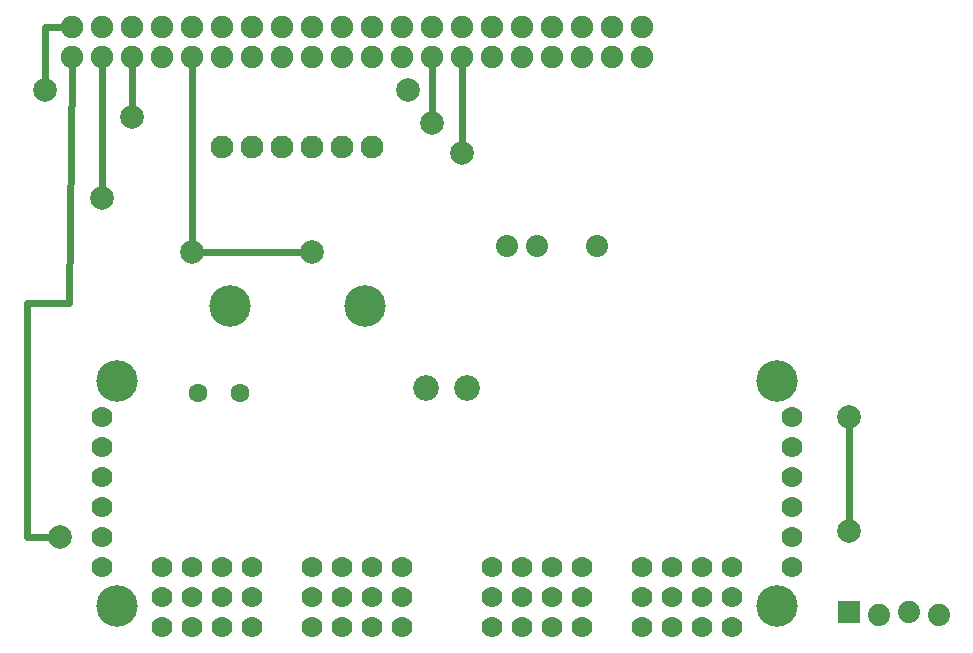
<source format=gtl>
G04 MADE WITH FRITZING*
G04 WWW.FRITZING.ORG*
G04 DOUBLE SIDED*
G04 HOLES PLATED*
G04 CONTOUR ON CENTER OF CONTOUR VECTOR*
%ASAXBY*%
%FSLAX23Y23*%
%MOIN*%
%OFA0B0*%
%SFA1.0B1.0*%
%ADD10C,0.073749*%
%ADD11C,0.078740*%
%ADD12C,0.074000*%
%ADD13C,0.075361*%
%ADD14C,0.063000*%
%ADD15C,0.086000*%
%ADD16C,0.070000*%
%ADD17C,0.138425*%
%ADD18C,0.076000*%
%ADD19C,0.024000*%
%ADD20R,0.001000X0.001000*%
%LNCOPPER1*%
G90*
G70*
G54D10*
X1794Y1426D03*
X1894Y1426D03*
X2094Y1426D03*
G54D11*
X304Y456D03*
X544Y1856D03*
X444Y1586D03*
X744Y1406D03*
X1144Y1406D03*
X254Y1946D03*
X1464Y1946D03*
X1544Y1836D03*
X1644Y1736D03*
G54D12*
X2934Y206D03*
X3034Y196D03*
X3134Y206D03*
X3234Y196D03*
X2934Y206D03*
X3034Y196D03*
X3134Y206D03*
X3234Y196D03*
G54D11*
X2934Y856D03*
X2934Y476D03*
G54D13*
X344Y2056D03*
X444Y2056D03*
X544Y2056D03*
X644Y2056D03*
X744Y2056D03*
X844Y2056D03*
X944Y2056D03*
X1044Y2056D03*
X1144Y2056D03*
X1244Y2056D03*
X1344Y2056D03*
X1444Y2056D03*
X1544Y2056D03*
X1644Y2056D03*
X1744Y2056D03*
X1844Y2056D03*
X1944Y2056D03*
X2044Y2056D03*
X2144Y2056D03*
X2244Y2056D03*
X2244Y2156D03*
X2144Y2156D03*
X2044Y2156D03*
X1944Y2156D03*
X1844Y2156D03*
X1744Y2156D03*
X1644Y2156D03*
X1544Y2156D03*
X1444Y2156D03*
X1344Y2156D03*
X1244Y2156D03*
X1144Y2156D03*
X1044Y2156D03*
X944Y2156D03*
X844Y2156D03*
X744Y2156D03*
X644Y2156D03*
X544Y2156D03*
X444Y2156D03*
X344Y2156D03*
G54D14*
X904Y936D03*
X764Y936D03*
G54D15*
X1524Y951D03*
X1661Y951D03*
G54D16*
X1444Y356D03*
G54D17*
X494Y976D03*
G54D16*
X1444Y256D03*
X1444Y156D03*
X1344Y356D03*
X1344Y256D03*
X1344Y156D03*
X1244Y356D03*
X1244Y256D03*
X1244Y156D03*
X1144Y356D03*
X1144Y256D03*
X1144Y156D03*
X944Y356D03*
X944Y256D03*
X944Y156D03*
X844Y356D03*
X844Y256D03*
X844Y156D03*
X744Y356D03*
X744Y256D03*
X744Y156D03*
X644Y356D03*
X644Y256D03*
X644Y156D03*
X444Y356D03*
X444Y456D03*
X444Y556D03*
G54D17*
X2694Y976D03*
G54D16*
X444Y656D03*
X444Y756D03*
X444Y856D03*
X2744Y356D03*
X2744Y456D03*
X2744Y556D03*
X2744Y656D03*
X2744Y756D03*
X2744Y856D03*
X2544Y356D03*
X2544Y256D03*
X2544Y156D03*
X2444Y356D03*
X2444Y256D03*
X2444Y156D03*
X2344Y356D03*
X2344Y256D03*
X2344Y156D03*
X2244Y356D03*
X2244Y256D03*
X2244Y156D03*
X2044Y356D03*
X2044Y256D03*
X2044Y156D03*
X1944Y356D03*
X1944Y256D03*
X1944Y156D03*
X1844Y356D03*
X1844Y256D03*
X1844Y156D03*
X1744Y356D03*
X1744Y256D03*
X1744Y156D03*
G54D17*
X494Y226D03*
X2694Y226D03*
G54D18*
X844Y1756D03*
X944Y1756D03*
X1044Y1756D03*
X1144Y1756D03*
X1244Y1756D03*
X1344Y1756D03*
G54D17*
X1319Y1226D03*
X869Y1226D03*
G54D19*
X544Y1886D02*
X544Y2024D01*
D02*
X444Y1616D02*
X444Y2024D01*
D02*
X1114Y1406D02*
X775Y1406D01*
D02*
X744Y1436D02*
X744Y2024D01*
D02*
X193Y456D02*
X193Y1235D01*
D02*
X193Y1235D02*
X335Y1235D01*
D02*
X335Y1235D02*
X344Y2024D01*
D02*
X274Y456D02*
X193Y456D01*
D02*
X1644Y1766D02*
X1644Y2024D01*
D02*
X1544Y1866D02*
X1544Y2024D01*
D02*
X253Y2155D02*
X313Y2155D01*
D02*
X254Y1976D02*
X253Y2155D01*
D02*
X2934Y506D02*
X2934Y825D01*
G54D20*
X2898Y243D02*
X2970Y243D01*
X2897Y242D02*
X2970Y242D01*
X2897Y241D02*
X2970Y241D01*
X2897Y240D02*
X2970Y240D01*
X2897Y239D02*
X2970Y239D01*
X2897Y238D02*
X2970Y238D01*
X2897Y237D02*
X2970Y237D01*
X2897Y236D02*
X2970Y236D01*
X2897Y235D02*
X2970Y235D01*
X2897Y234D02*
X2970Y234D01*
X2897Y233D02*
X2970Y233D01*
X2897Y232D02*
X2970Y232D01*
X2897Y231D02*
X2970Y231D01*
X2897Y230D02*
X2970Y230D01*
X2897Y229D02*
X2970Y229D01*
X2897Y228D02*
X2970Y228D01*
X2897Y227D02*
X2970Y227D01*
X2897Y226D02*
X2970Y226D01*
X2897Y225D02*
X2927Y225D01*
X2940Y225D02*
X2970Y225D01*
X2897Y224D02*
X2925Y224D01*
X2943Y224D02*
X2970Y224D01*
X2897Y223D02*
X2923Y223D01*
X2945Y223D02*
X2970Y223D01*
X2897Y222D02*
X2921Y222D01*
X2946Y222D02*
X2970Y222D01*
X2897Y221D02*
X2920Y221D01*
X2947Y221D02*
X2970Y221D01*
X2897Y220D02*
X2919Y220D01*
X2948Y220D02*
X2970Y220D01*
X2897Y219D02*
X2918Y219D01*
X2949Y219D02*
X2970Y219D01*
X2897Y218D02*
X2917Y218D01*
X2950Y218D02*
X2970Y218D01*
X2897Y217D02*
X2916Y217D01*
X2951Y217D02*
X2970Y217D01*
X2897Y216D02*
X2916Y216D01*
X2951Y216D02*
X2970Y216D01*
X2897Y215D02*
X2915Y215D01*
X2952Y215D02*
X2970Y215D01*
X2897Y214D02*
X2915Y214D01*
X2952Y214D02*
X2970Y214D01*
X2897Y213D02*
X2914Y213D01*
X2953Y213D02*
X2970Y213D01*
X2897Y212D02*
X2914Y212D01*
X2953Y212D02*
X2970Y212D01*
X2897Y211D02*
X2914Y211D01*
X2953Y211D02*
X2970Y211D01*
X2897Y210D02*
X2914Y210D01*
X2954Y210D02*
X2970Y210D01*
X2897Y209D02*
X2913Y209D01*
X2954Y209D02*
X2970Y209D01*
X2897Y208D02*
X2913Y208D01*
X2954Y208D02*
X2970Y208D01*
X2897Y207D02*
X2913Y207D01*
X2954Y207D02*
X2970Y207D01*
X2897Y206D02*
X2913Y206D01*
X2954Y206D02*
X2970Y206D01*
X2897Y205D02*
X2913Y205D01*
X2954Y205D02*
X2970Y205D01*
X2897Y204D02*
X2913Y204D01*
X2954Y204D02*
X2970Y204D01*
X2897Y203D02*
X2913Y203D01*
X2954Y203D02*
X2970Y203D01*
X2897Y202D02*
X2914Y202D01*
X2954Y202D02*
X2970Y202D01*
X2897Y201D02*
X2914Y201D01*
X2953Y201D02*
X2970Y201D01*
X2897Y200D02*
X2914Y200D01*
X2953Y200D02*
X2970Y200D01*
X2897Y199D02*
X2914Y199D01*
X2953Y199D02*
X2970Y199D01*
X2897Y198D02*
X2915Y198D01*
X2952Y198D02*
X2970Y198D01*
X2897Y197D02*
X2915Y197D01*
X2952Y197D02*
X2970Y197D01*
X2897Y196D02*
X2916Y196D01*
X2951Y196D02*
X2970Y196D01*
X2897Y195D02*
X2916Y195D01*
X2951Y195D02*
X2970Y195D01*
X2897Y194D02*
X2917Y194D01*
X2950Y194D02*
X2970Y194D01*
X2897Y193D02*
X2918Y193D01*
X2949Y193D02*
X2970Y193D01*
X2897Y192D02*
X2919Y192D01*
X2948Y192D02*
X2970Y192D01*
X2897Y191D02*
X2920Y191D01*
X2947Y191D02*
X2970Y191D01*
X2897Y190D02*
X2921Y190D01*
X2946Y190D02*
X2970Y190D01*
X2897Y189D02*
X2923Y189D01*
X2944Y189D02*
X2970Y189D01*
X2897Y188D02*
X2925Y188D01*
X2943Y188D02*
X2970Y188D01*
X2897Y187D02*
X2927Y187D01*
X2940Y187D02*
X2970Y187D01*
X2897Y186D02*
X2970Y186D01*
X2897Y185D02*
X2970Y185D01*
X2897Y184D02*
X2970Y184D01*
X2897Y183D02*
X2970Y183D01*
X2897Y182D02*
X2970Y182D01*
X2897Y181D02*
X2970Y181D01*
X2897Y180D02*
X2970Y180D01*
X2897Y179D02*
X2970Y179D01*
X2897Y178D02*
X2970Y178D01*
X2897Y177D02*
X2970Y177D01*
X2897Y176D02*
X2970Y176D01*
X2897Y175D02*
X2970Y175D01*
X2897Y174D02*
X2970Y174D01*
X2897Y173D02*
X2970Y173D01*
X2897Y172D02*
X2970Y172D01*
X2897Y171D02*
X2970Y171D01*
X2897Y170D02*
X2970Y170D01*
D02*
G04 End of Copper1*
M02*
</source>
